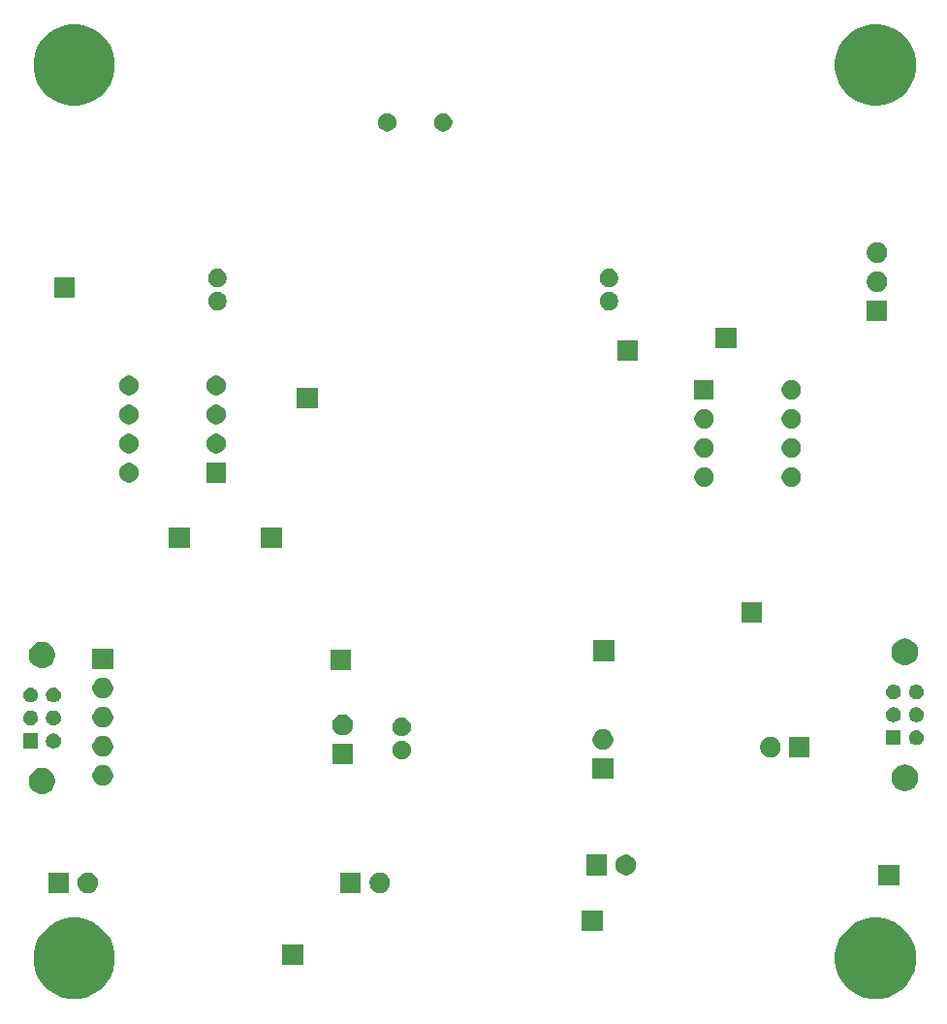
<source format=gbr>
%TF.GenerationSoftware,KiCad,Pcbnew,(5.1.6)-1*%
%TF.CreationDate,2021-11-24T20:01:52-05:00*%
%TF.ProjectId,mama_board,6d616d61-5f62-46f6-9172-642e6b696361,rev?*%
%TF.SameCoordinates,Original*%
%TF.FileFunction,Soldermask,Bot*%
%TF.FilePolarity,Negative*%
%FSLAX46Y46*%
G04 Gerber Fmt 4.6, Leading zero omitted, Abs format (unit mm)*
G04 Created by KiCad (PCBNEW (5.1.6)-1) date 2021-11-24 20:01:52*
%MOMM*%
%LPD*%
G01*
G04 APERTURE LIST*
%ADD10C,0.100000*%
G04 APERTURE END LIST*
D10*
G36*
X114035730Y-144585655D02*
G01*
X114681935Y-144853322D01*
X115263503Y-145241913D01*
X115758087Y-145736497D01*
X116146678Y-146318065D01*
X116414345Y-146964270D01*
X116550800Y-147650277D01*
X116550800Y-148349723D01*
X116414345Y-149035730D01*
X116146678Y-149681935D01*
X115758087Y-150263503D01*
X115263503Y-150758087D01*
X114681935Y-151146678D01*
X114035730Y-151414345D01*
X113349723Y-151550800D01*
X112650277Y-151550800D01*
X111964270Y-151414345D01*
X111318065Y-151146678D01*
X110736497Y-150758087D01*
X110241913Y-150263503D01*
X109853322Y-149681935D01*
X109585655Y-149035730D01*
X109449200Y-148349723D01*
X109449200Y-147650277D01*
X109585655Y-146964270D01*
X109853322Y-146318065D01*
X110241913Y-145736497D01*
X110736497Y-145241913D01*
X111318065Y-144853322D01*
X111964270Y-144585655D01*
X112650277Y-144449200D01*
X113349723Y-144449200D01*
X114035730Y-144585655D01*
G37*
G36*
X184035730Y-144585655D02*
G01*
X184681935Y-144853322D01*
X185263503Y-145241913D01*
X185758087Y-145736497D01*
X186146678Y-146318065D01*
X186414345Y-146964270D01*
X186550800Y-147650277D01*
X186550800Y-148349723D01*
X186414345Y-149035730D01*
X186146678Y-149681935D01*
X185758087Y-150263503D01*
X185263503Y-150758087D01*
X184681935Y-151146678D01*
X184035730Y-151414345D01*
X183349723Y-151550800D01*
X182650277Y-151550800D01*
X181964270Y-151414345D01*
X181318065Y-151146678D01*
X180736497Y-150758087D01*
X180241913Y-150263503D01*
X179853322Y-149681935D01*
X179585655Y-149035730D01*
X179449200Y-148349723D01*
X179449200Y-147650277D01*
X179585655Y-146964270D01*
X179853322Y-146318065D01*
X180241913Y-145736497D01*
X180736497Y-145241913D01*
X181318065Y-144853322D01*
X181964270Y-144585655D01*
X182650277Y-144449200D01*
X183349723Y-144449200D01*
X184035730Y-144585655D01*
G37*
G36*
X133000800Y-148550800D02*
G01*
X131199200Y-148550800D01*
X131199200Y-146749200D01*
X133000800Y-146749200D01*
X133000800Y-148550800D01*
G37*
G36*
X159150800Y-145625800D02*
G01*
X157349200Y-145625800D01*
X157349200Y-143824200D01*
X159150800Y-143824200D01*
X159150800Y-145625800D01*
G37*
G36*
X138050800Y-142300800D02*
G01*
X136249200Y-142300800D01*
X136249200Y-140499200D01*
X138050800Y-140499200D01*
X138050800Y-142300800D01*
G37*
G36*
X112550800Y-142300800D02*
G01*
X110749200Y-142300800D01*
X110749200Y-140499200D01*
X112550800Y-140499200D01*
X112550800Y-142300800D01*
G37*
G36*
X114452754Y-140533817D02*
G01*
X114616689Y-140601721D01*
X114764227Y-140700303D01*
X114889697Y-140825773D01*
X114988279Y-140973311D01*
X115056183Y-141137246D01*
X115090800Y-141311279D01*
X115090800Y-141488721D01*
X115056183Y-141662754D01*
X114988279Y-141826689D01*
X114889697Y-141974227D01*
X114764227Y-142099697D01*
X114616689Y-142198279D01*
X114452754Y-142266183D01*
X114278721Y-142300800D01*
X114101279Y-142300800D01*
X113927246Y-142266183D01*
X113763311Y-142198279D01*
X113615773Y-142099697D01*
X113490303Y-141974227D01*
X113391721Y-141826689D01*
X113323817Y-141662754D01*
X113289200Y-141488721D01*
X113289200Y-141311279D01*
X113323817Y-141137246D01*
X113391721Y-140973311D01*
X113490303Y-140825773D01*
X113615773Y-140700303D01*
X113763311Y-140601721D01*
X113927246Y-140533817D01*
X114101279Y-140499200D01*
X114278721Y-140499200D01*
X114452754Y-140533817D01*
G37*
G36*
X139952754Y-140533817D02*
G01*
X140116689Y-140601721D01*
X140264227Y-140700303D01*
X140389697Y-140825773D01*
X140488279Y-140973311D01*
X140556183Y-141137246D01*
X140590800Y-141311279D01*
X140590800Y-141488721D01*
X140556183Y-141662754D01*
X140488279Y-141826689D01*
X140389697Y-141974227D01*
X140264227Y-142099697D01*
X140116689Y-142198279D01*
X139952754Y-142266183D01*
X139778721Y-142300800D01*
X139601279Y-142300800D01*
X139427246Y-142266183D01*
X139263311Y-142198279D01*
X139115773Y-142099697D01*
X138990303Y-141974227D01*
X138891721Y-141826689D01*
X138823817Y-141662754D01*
X138789200Y-141488721D01*
X138789200Y-141311279D01*
X138823817Y-141137246D01*
X138891721Y-140973311D01*
X138990303Y-140825773D01*
X139115773Y-140700303D01*
X139263311Y-140601721D01*
X139427246Y-140533817D01*
X139601279Y-140499200D01*
X139778721Y-140499200D01*
X139952754Y-140533817D01*
G37*
G36*
X185050800Y-141616800D02*
G01*
X183249200Y-141616800D01*
X183249200Y-139815200D01*
X185050800Y-139815200D01*
X185050800Y-141616800D01*
G37*
G36*
X159550800Y-140750800D02*
G01*
X157749200Y-140750800D01*
X157749200Y-138949200D01*
X159550800Y-138949200D01*
X159550800Y-140750800D01*
G37*
G36*
X161452754Y-138983817D02*
G01*
X161616689Y-139051721D01*
X161764227Y-139150303D01*
X161889697Y-139275773D01*
X161988279Y-139423311D01*
X162056183Y-139587246D01*
X162090800Y-139761279D01*
X162090800Y-139938721D01*
X162056183Y-140112754D01*
X161988279Y-140276689D01*
X161889697Y-140424227D01*
X161764227Y-140549697D01*
X161616689Y-140648279D01*
X161452754Y-140716183D01*
X161278721Y-140750800D01*
X161101279Y-140750800D01*
X160927246Y-140716183D01*
X160763311Y-140648279D01*
X160615773Y-140549697D01*
X160490303Y-140424227D01*
X160391721Y-140276689D01*
X160323817Y-140112754D01*
X160289200Y-139938721D01*
X160289200Y-139761279D01*
X160323817Y-139587246D01*
X160391721Y-139423311D01*
X160490303Y-139275773D01*
X160615773Y-139150303D01*
X160763311Y-139051721D01*
X160927246Y-138983817D01*
X161101279Y-138949200D01*
X161278721Y-138949200D01*
X161452754Y-138983817D01*
G37*
G36*
X110377955Y-131363942D02*
G01*
X110526178Y-131393425D01*
X110735609Y-131480174D01*
X110924093Y-131606115D01*
X111084385Y-131766407D01*
X111210326Y-131954891D01*
X111297075Y-132164322D01*
X111341300Y-132386657D01*
X111341300Y-132613343D01*
X111297075Y-132835678D01*
X111210326Y-133045109D01*
X111084385Y-133233593D01*
X110924093Y-133393885D01*
X110735609Y-133519826D01*
X110526178Y-133606575D01*
X110377955Y-133636058D01*
X110303844Y-133650800D01*
X110077156Y-133650800D01*
X110003045Y-133636058D01*
X109854822Y-133606575D01*
X109645391Y-133519826D01*
X109456907Y-133393885D01*
X109296615Y-133233593D01*
X109170674Y-133045109D01*
X109083925Y-132835678D01*
X109039700Y-132613343D01*
X109039700Y-132386657D01*
X109083925Y-132164322D01*
X109170674Y-131954891D01*
X109296615Y-131766407D01*
X109456907Y-131606115D01*
X109645391Y-131480174D01*
X109854822Y-131393425D01*
X110003045Y-131363942D01*
X110077156Y-131349200D01*
X110303844Y-131349200D01*
X110377955Y-131363942D01*
G37*
G36*
X185743855Y-131091142D02*
G01*
X185892078Y-131120625D01*
X186101509Y-131207374D01*
X186289993Y-131333315D01*
X186450285Y-131493607D01*
X186576226Y-131682091D01*
X186662975Y-131891522D01*
X186662975Y-131891524D01*
X186706179Y-132108721D01*
X186707200Y-132113857D01*
X186707200Y-132340543D01*
X186662975Y-132562878D01*
X186576226Y-132772309D01*
X186450285Y-132960793D01*
X186289993Y-133121085D01*
X186101509Y-133247026D01*
X185892078Y-133333775D01*
X185743855Y-133363258D01*
X185669744Y-133378000D01*
X185443056Y-133378000D01*
X185368945Y-133363258D01*
X185220722Y-133333775D01*
X185011291Y-133247026D01*
X184822807Y-133121085D01*
X184662515Y-132960793D01*
X184536574Y-132772309D01*
X184449825Y-132562878D01*
X184405600Y-132340543D01*
X184405600Y-132113857D01*
X184406622Y-132108721D01*
X184449825Y-131891524D01*
X184449825Y-131891522D01*
X184536574Y-131682091D01*
X184662515Y-131493607D01*
X184822807Y-131333315D01*
X185011291Y-131207374D01*
X185220722Y-131120625D01*
X185368945Y-131091142D01*
X185443056Y-131076400D01*
X185669744Y-131076400D01*
X185743855Y-131091142D01*
G37*
G36*
X115762754Y-131153817D02*
G01*
X115926689Y-131221721D01*
X116074227Y-131320303D01*
X116199697Y-131445773D01*
X116298279Y-131593311D01*
X116366183Y-131757246D01*
X116400800Y-131931279D01*
X116400800Y-132108721D01*
X116366183Y-132282754D01*
X116298279Y-132446689D01*
X116199697Y-132594227D01*
X116074227Y-132719697D01*
X115926689Y-132818279D01*
X115762754Y-132886183D01*
X115588721Y-132920800D01*
X115411279Y-132920800D01*
X115237246Y-132886183D01*
X115073311Y-132818279D01*
X114925773Y-132719697D01*
X114800303Y-132594227D01*
X114701721Y-132446689D01*
X114633817Y-132282754D01*
X114599200Y-132108721D01*
X114599200Y-131931279D01*
X114633817Y-131757246D01*
X114701721Y-131593311D01*
X114800303Y-131445773D01*
X114925773Y-131320303D01*
X115073311Y-131221721D01*
X115237246Y-131153817D01*
X115411279Y-131119200D01*
X115588721Y-131119200D01*
X115762754Y-131153817D01*
G37*
G36*
X160077520Y-132335640D02*
G01*
X158275920Y-132335640D01*
X158275920Y-130534040D01*
X160077520Y-130534040D01*
X160077520Y-132335640D01*
G37*
G36*
X137350800Y-131050800D02*
G01*
X135549200Y-131050800D01*
X135549200Y-129249200D01*
X137350800Y-129249200D01*
X137350800Y-131050800D01*
G37*
G36*
X141837085Y-129018435D02*
G01*
X141985005Y-129079706D01*
X142118130Y-129168657D01*
X142231343Y-129281870D01*
X142320294Y-129414995D01*
X142381565Y-129562915D01*
X142412800Y-129719946D01*
X142412800Y-129880054D01*
X142381565Y-130037085D01*
X142320294Y-130185005D01*
X142231343Y-130318130D01*
X142118130Y-130431343D01*
X141985005Y-130520294D01*
X141837085Y-130581565D01*
X141680054Y-130612800D01*
X141519946Y-130612800D01*
X141362915Y-130581565D01*
X141214995Y-130520294D01*
X141081870Y-130431343D01*
X140968657Y-130318130D01*
X140879706Y-130185005D01*
X140818435Y-130037085D01*
X140787200Y-129880054D01*
X140787200Y-129719946D01*
X140818435Y-129562915D01*
X140879706Y-129414995D01*
X140968657Y-129281870D01*
X141081870Y-129168657D01*
X141214995Y-129079706D01*
X141362915Y-129018435D01*
X141519946Y-128987200D01*
X141680054Y-128987200D01*
X141837085Y-129018435D01*
G37*
G36*
X174072754Y-128693817D02*
G01*
X174236689Y-128761721D01*
X174384227Y-128860303D01*
X174509697Y-128985773D01*
X174608279Y-129133311D01*
X174676183Y-129297246D01*
X174710800Y-129471279D01*
X174710800Y-129648721D01*
X174676183Y-129822754D01*
X174608279Y-129986689D01*
X174509697Y-130134227D01*
X174384227Y-130259697D01*
X174236689Y-130358279D01*
X174072754Y-130426183D01*
X173898721Y-130460800D01*
X173721279Y-130460800D01*
X173547246Y-130426183D01*
X173383311Y-130358279D01*
X173235773Y-130259697D01*
X173110303Y-130134227D01*
X173011721Y-129986689D01*
X172943817Y-129822754D01*
X172909200Y-129648721D01*
X172909200Y-129471279D01*
X172943817Y-129297246D01*
X173011721Y-129133311D01*
X173110303Y-128985773D01*
X173235773Y-128860303D01*
X173383311Y-128761721D01*
X173547246Y-128693817D01*
X173721279Y-128659200D01*
X173898721Y-128659200D01*
X174072754Y-128693817D01*
G37*
G36*
X177250800Y-130460800D02*
G01*
X175449200Y-130460800D01*
X175449200Y-128659200D01*
X177250800Y-128659200D01*
X177250800Y-130460800D01*
G37*
G36*
X115762754Y-128613817D02*
G01*
X115926689Y-128681721D01*
X116074227Y-128780303D01*
X116199697Y-128905773D01*
X116298279Y-129053311D01*
X116366183Y-129217246D01*
X116400800Y-129391279D01*
X116400800Y-129568721D01*
X116366183Y-129742754D01*
X116298279Y-129906689D01*
X116199697Y-130054227D01*
X116074227Y-130179697D01*
X115926689Y-130278279D01*
X115762754Y-130346183D01*
X115588721Y-130380800D01*
X115411279Y-130380800D01*
X115237246Y-130346183D01*
X115073311Y-130278279D01*
X114925773Y-130179697D01*
X114800303Y-130054227D01*
X114701721Y-129906689D01*
X114633817Y-129742754D01*
X114599200Y-129568721D01*
X114599200Y-129391279D01*
X114633817Y-129217246D01*
X114701721Y-129053311D01*
X114800303Y-128905773D01*
X114925773Y-128780303D01*
X115073311Y-128681721D01*
X115237246Y-128613817D01*
X115411279Y-128579200D01*
X115588721Y-128579200D01*
X115762754Y-128613817D01*
G37*
G36*
X159439474Y-128028657D02*
G01*
X159603409Y-128096561D01*
X159750947Y-128195143D01*
X159876417Y-128320613D01*
X159974999Y-128468151D01*
X160042903Y-128632086D01*
X160077520Y-128806119D01*
X160077520Y-128983561D01*
X160042903Y-129157594D01*
X159974999Y-129321529D01*
X159876417Y-129469067D01*
X159750947Y-129594537D01*
X159603409Y-129693119D01*
X159439474Y-129761023D01*
X159265441Y-129795640D01*
X159087999Y-129795640D01*
X158913966Y-129761023D01*
X158750031Y-129693119D01*
X158602493Y-129594537D01*
X158477023Y-129469067D01*
X158378441Y-129321529D01*
X158310537Y-129157594D01*
X158275920Y-128983561D01*
X158275920Y-128806119D01*
X158310537Y-128632086D01*
X158378441Y-128468151D01*
X158477023Y-128320613D01*
X158602493Y-128195143D01*
X158750031Y-128096561D01*
X158913966Y-128028657D01*
X159087999Y-127994040D01*
X159265441Y-127994040D01*
X159439474Y-128028657D01*
G37*
G36*
X111380331Y-128374210D02*
G01*
X111498769Y-128423268D01*
X111605361Y-128494491D01*
X111696009Y-128585139D01*
X111767232Y-128691731D01*
X111816290Y-128810169D01*
X111841300Y-128935902D01*
X111841300Y-129064098D01*
X111816290Y-129189831D01*
X111767232Y-129308269D01*
X111696009Y-129414861D01*
X111605361Y-129505509D01*
X111498769Y-129576732D01*
X111380331Y-129625790D01*
X111254598Y-129650800D01*
X111126402Y-129650800D01*
X111000669Y-129625790D01*
X110882231Y-129576732D01*
X110775639Y-129505509D01*
X110684991Y-129414861D01*
X110613768Y-129308269D01*
X110564710Y-129189831D01*
X110539700Y-129064098D01*
X110539700Y-128935902D01*
X110564710Y-128810169D01*
X110613768Y-128691731D01*
X110684991Y-128585139D01*
X110775639Y-128494491D01*
X110882231Y-128423268D01*
X111000669Y-128374210D01*
X111126402Y-128349200D01*
X111254598Y-128349200D01*
X111380331Y-128374210D01*
G37*
G36*
X109841300Y-129650800D02*
G01*
X108539700Y-129650800D01*
X108539700Y-128349200D01*
X109841300Y-128349200D01*
X109841300Y-129650800D01*
G37*
G36*
X185207200Y-129378000D02*
G01*
X183905600Y-129378000D01*
X183905600Y-128076400D01*
X185207200Y-128076400D01*
X185207200Y-129378000D01*
G37*
G36*
X186746231Y-128101410D02*
G01*
X186864669Y-128150468D01*
X186971261Y-128221691D01*
X187061909Y-128312339D01*
X187133132Y-128418931D01*
X187182190Y-128537369D01*
X187207200Y-128663102D01*
X187207200Y-128791298D01*
X187182190Y-128917031D01*
X187133132Y-129035469D01*
X187061909Y-129142061D01*
X186971261Y-129232709D01*
X186864669Y-129303932D01*
X186746231Y-129352990D01*
X186620498Y-129378000D01*
X186492302Y-129378000D01*
X186366569Y-129352990D01*
X186248131Y-129303932D01*
X186141539Y-129232709D01*
X186050891Y-129142061D01*
X185979668Y-129035469D01*
X185930610Y-128917031D01*
X185905600Y-128791298D01*
X185905600Y-128663102D01*
X185930610Y-128537369D01*
X185979668Y-128418931D01*
X186050891Y-128312339D01*
X186141539Y-128221691D01*
X186248131Y-128150468D01*
X186366569Y-128101410D01*
X186492302Y-128076400D01*
X186620498Y-128076400D01*
X186746231Y-128101410D01*
G37*
G36*
X141837085Y-127018435D02*
G01*
X141985005Y-127079706D01*
X142118130Y-127168657D01*
X142231343Y-127281870D01*
X142320294Y-127414995D01*
X142381565Y-127562915D01*
X142412800Y-127719946D01*
X142412800Y-127880054D01*
X142381565Y-128037085D01*
X142320294Y-128185005D01*
X142231343Y-128318130D01*
X142118130Y-128431343D01*
X141985005Y-128520294D01*
X141837085Y-128581565D01*
X141680054Y-128612800D01*
X141519946Y-128612800D01*
X141362915Y-128581565D01*
X141214995Y-128520294D01*
X141081870Y-128431343D01*
X140968657Y-128318130D01*
X140879706Y-128185005D01*
X140818435Y-128037085D01*
X140787200Y-127880054D01*
X140787200Y-127719946D01*
X140818435Y-127562915D01*
X140879706Y-127414995D01*
X140968657Y-127281870D01*
X141081870Y-127168657D01*
X141214995Y-127079706D01*
X141362915Y-127018435D01*
X141519946Y-126987200D01*
X141680054Y-126987200D01*
X141837085Y-127018435D01*
G37*
G36*
X136712754Y-126743817D02*
G01*
X136876689Y-126811721D01*
X137024227Y-126910303D01*
X137149697Y-127035773D01*
X137248279Y-127183311D01*
X137316183Y-127347246D01*
X137350800Y-127521279D01*
X137350800Y-127698721D01*
X137316183Y-127872754D01*
X137248279Y-128036689D01*
X137149697Y-128184227D01*
X137024227Y-128309697D01*
X136876689Y-128408279D01*
X136712754Y-128476183D01*
X136538721Y-128510800D01*
X136361279Y-128510800D01*
X136187246Y-128476183D01*
X136023311Y-128408279D01*
X135875773Y-128309697D01*
X135750303Y-128184227D01*
X135651721Y-128036689D01*
X135583817Y-127872754D01*
X135549200Y-127698721D01*
X135549200Y-127521279D01*
X135583817Y-127347246D01*
X135651721Y-127183311D01*
X135750303Y-127035773D01*
X135875773Y-126910303D01*
X136023311Y-126811721D01*
X136187246Y-126743817D01*
X136361279Y-126709200D01*
X136538721Y-126709200D01*
X136712754Y-126743817D01*
G37*
G36*
X115762754Y-126073817D02*
G01*
X115926689Y-126141721D01*
X116074227Y-126240303D01*
X116199697Y-126365773D01*
X116298279Y-126513311D01*
X116366183Y-126677246D01*
X116400800Y-126851279D01*
X116400800Y-127028721D01*
X116366183Y-127202754D01*
X116298279Y-127366689D01*
X116199697Y-127514227D01*
X116074227Y-127639697D01*
X115926689Y-127738279D01*
X115762754Y-127806183D01*
X115588721Y-127840800D01*
X115411279Y-127840800D01*
X115237246Y-127806183D01*
X115073311Y-127738279D01*
X114925773Y-127639697D01*
X114800303Y-127514227D01*
X114701721Y-127366689D01*
X114633817Y-127202754D01*
X114599200Y-127028721D01*
X114599200Y-126851279D01*
X114633817Y-126677246D01*
X114701721Y-126513311D01*
X114800303Y-126365773D01*
X114925773Y-126240303D01*
X115073311Y-126141721D01*
X115237246Y-126073817D01*
X115411279Y-126039200D01*
X115588721Y-126039200D01*
X115762754Y-126073817D01*
G37*
G36*
X111380331Y-126374210D02*
G01*
X111498769Y-126423268D01*
X111605361Y-126494491D01*
X111696009Y-126585139D01*
X111767232Y-126691731D01*
X111816290Y-126810169D01*
X111841300Y-126935902D01*
X111841300Y-127064098D01*
X111816290Y-127189831D01*
X111767232Y-127308269D01*
X111696009Y-127414861D01*
X111605361Y-127505509D01*
X111498769Y-127576732D01*
X111380331Y-127625790D01*
X111254598Y-127650800D01*
X111126402Y-127650800D01*
X111000669Y-127625790D01*
X110882231Y-127576732D01*
X110775639Y-127505509D01*
X110684991Y-127414861D01*
X110613768Y-127308269D01*
X110564710Y-127189831D01*
X110539700Y-127064098D01*
X110539700Y-126935902D01*
X110564710Y-126810169D01*
X110613768Y-126691731D01*
X110684991Y-126585139D01*
X110775639Y-126494491D01*
X110882231Y-126423268D01*
X111000669Y-126374210D01*
X111126402Y-126349200D01*
X111254598Y-126349200D01*
X111380331Y-126374210D01*
G37*
G36*
X109380331Y-126374210D02*
G01*
X109498769Y-126423268D01*
X109605361Y-126494491D01*
X109696009Y-126585139D01*
X109767232Y-126691731D01*
X109816290Y-126810169D01*
X109841300Y-126935902D01*
X109841300Y-127064098D01*
X109816290Y-127189831D01*
X109767232Y-127308269D01*
X109696009Y-127414861D01*
X109605361Y-127505509D01*
X109498769Y-127576732D01*
X109380331Y-127625790D01*
X109254598Y-127650800D01*
X109126402Y-127650800D01*
X109000669Y-127625790D01*
X108882231Y-127576732D01*
X108775639Y-127505509D01*
X108684991Y-127414861D01*
X108613768Y-127308269D01*
X108564710Y-127189831D01*
X108539700Y-127064098D01*
X108539700Y-126935902D01*
X108564710Y-126810169D01*
X108613768Y-126691731D01*
X108684991Y-126585139D01*
X108775639Y-126494491D01*
X108882231Y-126423268D01*
X109000669Y-126374210D01*
X109126402Y-126349200D01*
X109254598Y-126349200D01*
X109380331Y-126374210D01*
G37*
G36*
X186746231Y-126101410D02*
G01*
X186864669Y-126150468D01*
X186971261Y-126221691D01*
X187061909Y-126312339D01*
X187133132Y-126418931D01*
X187182190Y-126537369D01*
X187207200Y-126663102D01*
X187207200Y-126791298D01*
X187182190Y-126917031D01*
X187133132Y-127035469D01*
X187061909Y-127142061D01*
X186971261Y-127232709D01*
X186864669Y-127303932D01*
X186746231Y-127352990D01*
X186620498Y-127378000D01*
X186492302Y-127378000D01*
X186366569Y-127352990D01*
X186248131Y-127303932D01*
X186141539Y-127232709D01*
X186050891Y-127142061D01*
X185979668Y-127035469D01*
X185930610Y-126917031D01*
X185905600Y-126791298D01*
X185905600Y-126663102D01*
X185930610Y-126537369D01*
X185979668Y-126418931D01*
X186050891Y-126312339D01*
X186141539Y-126221691D01*
X186248131Y-126150468D01*
X186366569Y-126101410D01*
X186492302Y-126076400D01*
X186620498Y-126076400D01*
X186746231Y-126101410D01*
G37*
G36*
X184746231Y-126101410D02*
G01*
X184864669Y-126150468D01*
X184971261Y-126221691D01*
X185061909Y-126312339D01*
X185133132Y-126418931D01*
X185182190Y-126537369D01*
X185207200Y-126663102D01*
X185207200Y-126791298D01*
X185182190Y-126917031D01*
X185133132Y-127035469D01*
X185061909Y-127142061D01*
X184971261Y-127232709D01*
X184864669Y-127303932D01*
X184746231Y-127352990D01*
X184620498Y-127378000D01*
X184492302Y-127378000D01*
X184366569Y-127352990D01*
X184248131Y-127303932D01*
X184141539Y-127232709D01*
X184050891Y-127142061D01*
X183979668Y-127035469D01*
X183930610Y-126917031D01*
X183905600Y-126791298D01*
X183905600Y-126663102D01*
X183930610Y-126537369D01*
X183979668Y-126418931D01*
X184050891Y-126312339D01*
X184141539Y-126221691D01*
X184248131Y-126150468D01*
X184366569Y-126101410D01*
X184492302Y-126076400D01*
X184620498Y-126076400D01*
X184746231Y-126101410D01*
G37*
G36*
X109380331Y-124374210D02*
G01*
X109498769Y-124423268D01*
X109605361Y-124494491D01*
X109696009Y-124585139D01*
X109767232Y-124691731D01*
X109816290Y-124810169D01*
X109841300Y-124935902D01*
X109841300Y-125064098D01*
X109816290Y-125189831D01*
X109767232Y-125308269D01*
X109696009Y-125414861D01*
X109605361Y-125505509D01*
X109498769Y-125576732D01*
X109380331Y-125625790D01*
X109254598Y-125650800D01*
X109126402Y-125650800D01*
X109000669Y-125625790D01*
X108882231Y-125576732D01*
X108775639Y-125505509D01*
X108684991Y-125414861D01*
X108613768Y-125308269D01*
X108564710Y-125189831D01*
X108539700Y-125064098D01*
X108539700Y-124935902D01*
X108564710Y-124810169D01*
X108613768Y-124691731D01*
X108684991Y-124585139D01*
X108775639Y-124494491D01*
X108882231Y-124423268D01*
X109000669Y-124374210D01*
X109126402Y-124349200D01*
X109254598Y-124349200D01*
X109380331Y-124374210D01*
G37*
G36*
X111380331Y-124374210D02*
G01*
X111498769Y-124423268D01*
X111605361Y-124494491D01*
X111696009Y-124585139D01*
X111767232Y-124691731D01*
X111816290Y-124810169D01*
X111841300Y-124935902D01*
X111841300Y-125064098D01*
X111816290Y-125189831D01*
X111767232Y-125308269D01*
X111696009Y-125414861D01*
X111605361Y-125505509D01*
X111498769Y-125576732D01*
X111380331Y-125625790D01*
X111254598Y-125650800D01*
X111126402Y-125650800D01*
X111000669Y-125625790D01*
X110882231Y-125576732D01*
X110775639Y-125505509D01*
X110684991Y-125414861D01*
X110613768Y-125308269D01*
X110564710Y-125189831D01*
X110539700Y-125064098D01*
X110539700Y-124935902D01*
X110564710Y-124810169D01*
X110613768Y-124691731D01*
X110684991Y-124585139D01*
X110775639Y-124494491D01*
X110882231Y-124423268D01*
X111000669Y-124374210D01*
X111126402Y-124349200D01*
X111254598Y-124349200D01*
X111380331Y-124374210D01*
G37*
G36*
X184746231Y-124101410D02*
G01*
X184864669Y-124150468D01*
X184971261Y-124221691D01*
X185061909Y-124312339D01*
X185133132Y-124418931D01*
X185182190Y-124537369D01*
X185207200Y-124663102D01*
X185207200Y-124791298D01*
X185182190Y-124917031D01*
X185133132Y-125035469D01*
X185061909Y-125142061D01*
X184971261Y-125232709D01*
X184864669Y-125303932D01*
X184746231Y-125352990D01*
X184620498Y-125378000D01*
X184492302Y-125378000D01*
X184366569Y-125352990D01*
X184248131Y-125303932D01*
X184141539Y-125232709D01*
X184050891Y-125142061D01*
X183979668Y-125035469D01*
X183930610Y-124917031D01*
X183905600Y-124791298D01*
X183905600Y-124663102D01*
X183930610Y-124537369D01*
X183979668Y-124418931D01*
X184050891Y-124312339D01*
X184141539Y-124221691D01*
X184248131Y-124150468D01*
X184366569Y-124101410D01*
X184492302Y-124076400D01*
X184620498Y-124076400D01*
X184746231Y-124101410D01*
G37*
G36*
X186746231Y-124101410D02*
G01*
X186864669Y-124150468D01*
X186971261Y-124221691D01*
X187061909Y-124312339D01*
X187133132Y-124418931D01*
X187182190Y-124537369D01*
X187207200Y-124663102D01*
X187207200Y-124791298D01*
X187182190Y-124917031D01*
X187133132Y-125035469D01*
X187061909Y-125142061D01*
X186971261Y-125232709D01*
X186864669Y-125303932D01*
X186746231Y-125352990D01*
X186620498Y-125378000D01*
X186492302Y-125378000D01*
X186366569Y-125352990D01*
X186248131Y-125303932D01*
X186141539Y-125232709D01*
X186050891Y-125142061D01*
X185979668Y-125035469D01*
X185930610Y-124917031D01*
X185905600Y-124791298D01*
X185905600Y-124663102D01*
X185930610Y-124537369D01*
X185979668Y-124418931D01*
X186050891Y-124312339D01*
X186141539Y-124221691D01*
X186248131Y-124150468D01*
X186366569Y-124101410D01*
X186492302Y-124076400D01*
X186620498Y-124076400D01*
X186746231Y-124101410D01*
G37*
G36*
X115762754Y-123533817D02*
G01*
X115926689Y-123601721D01*
X116074227Y-123700303D01*
X116199697Y-123825773D01*
X116298279Y-123973311D01*
X116366183Y-124137246D01*
X116400800Y-124311279D01*
X116400800Y-124488721D01*
X116366183Y-124662754D01*
X116298279Y-124826689D01*
X116199697Y-124974227D01*
X116074227Y-125099697D01*
X115926689Y-125198279D01*
X115762754Y-125266183D01*
X115588721Y-125300800D01*
X115411279Y-125300800D01*
X115237246Y-125266183D01*
X115073311Y-125198279D01*
X114925773Y-125099697D01*
X114800303Y-124974227D01*
X114701721Y-124826689D01*
X114633817Y-124662754D01*
X114599200Y-124488721D01*
X114599200Y-124311279D01*
X114633817Y-124137246D01*
X114701721Y-123973311D01*
X114800303Y-123825773D01*
X114925773Y-123700303D01*
X115073311Y-123601721D01*
X115237246Y-123533817D01*
X115411279Y-123499200D01*
X115588721Y-123499200D01*
X115762754Y-123533817D01*
G37*
G36*
X137150800Y-122850800D02*
G01*
X135349200Y-122850800D01*
X135349200Y-121049200D01*
X137150800Y-121049200D01*
X137150800Y-122850800D01*
G37*
G36*
X116400800Y-122760800D02*
G01*
X114599200Y-122760800D01*
X114599200Y-120959200D01*
X116400800Y-120959200D01*
X116400800Y-122760800D01*
G37*
G36*
X110377955Y-120363942D02*
G01*
X110526178Y-120393425D01*
X110735609Y-120480174D01*
X110924093Y-120606115D01*
X111084385Y-120766407D01*
X111210326Y-120954891D01*
X111297075Y-121164322D01*
X111341300Y-121386657D01*
X111341300Y-121613343D01*
X111297075Y-121835678D01*
X111210326Y-122045109D01*
X111084385Y-122233593D01*
X110924093Y-122393885D01*
X110735609Y-122519826D01*
X110526178Y-122606575D01*
X110377955Y-122636058D01*
X110303844Y-122650800D01*
X110077156Y-122650800D01*
X110003045Y-122636058D01*
X109854822Y-122606575D01*
X109645391Y-122519826D01*
X109456907Y-122393885D01*
X109296615Y-122233593D01*
X109170674Y-122045109D01*
X109083925Y-121835678D01*
X109039700Y-121613343D01*
X109039700Y-121386657D01*
X109083925Y-121164322D01*
X109170674Y-120954891D01*
X109296615Y-120766407D01*
X109456907Y-120606115D01*
X109645391Y-120480174D01*
X109854822Y-120393425D01*
X110003045Y-120363942D01*
X110077156Y-120349200D01*
X110303844Y-120349200D01*
X110377955Y-120363942D01*
G37*
G36*
X185743855Y-120091142D02*
G01*
X185892078Y-120120625D01*
X186101509Y-120207374D01*
X186289993Y-120333315D01*
X186450285Y-120493607D01*
X186576226Y-120682091D01*
X186662975Y-120891522D01*
X186707200Y-121113857D01*
X186707200Y-121340543D01*
X186662975Y-121562878D01*
X186576226Y-121772309D01*
X186450285Y-121960793D01*
X186289993Y-122121085D01*
X186101509Y-122247026D01*
X185892078Y-122333775D01*
X185743855Y-122363258D01*
X185669744Y-122378000D01*
X185443056Y-122378000D01*
X185368945Y-122363258D01*
X185220722Y-122333775D01*
X185011291Y-122247026D01*
X184822807Y-122121085D01*
X184662515Y-121960793D01*
X184536574Y-121772309D01*
X184449825Y-121562878D01*
X184405600Y-121340543D01*
X184405600Y-121113857D01*
X184449825Y-120891522D01*
X184536574Y-120682091D01*
X184662515Y-120493607D01*
X184822807Y-120333315D01*
X185011291Y-120207374D01*
X185220722Y-120120625D01*
X185368945Y-120091142D01*
X185443056Y-120076400D01*
X185669744Y-120076400D01*
X185743855Y-120091142D01*
G37*
G36*
X160158800Y-122038480D02*
G01*
X158357200Y-122038480D01*
X158357200Y-120236880D01*
X160158800Y-120236880D01*
X160158800Y-122038480D01*
G37*
G36*
X173049300Y-118693300D02*
G01*
X171247700Y-118693300D01*
X171247700Y-116891700D01*
X173049300Y-116891700D01*
X173049300Y-118693300D01*
G37*
G36*
X131124060Y-112195980D02*
G01*
X129322460Y-112195980D01*
X129322460Y-110394380D01*
X131124060Y-110394380D01*
X131124060Y-112195980D01*
G37*
G36*
X123090800Y-112190800D02*
G01*
X121289200Y-112190800D01*
X121289200Y-110389200D01*
X123090800Y-110389200D01*
X123090800Y-112190800D01*
G37*
G36*
X175893169Y-105151895D02*
G01*
X176048005Y-105216031D01*
X176187354Y-105309140D01*
X176305860Y-105427646D01*
X176398969Y-105566995D01*
X176463105Y-105721831D01*
X176495800Y-105886203D01*
X176495800Y-106053797D01*
X176463105Y-106218169D01*
X176398969Y-106373005D01*
X176305860Y-106512354D01*
X176187354Y-106630860D01*
X176048005Y-106723969D01*
X175893169Y-106788105D01*
X175728797Y-106820800D01*
X175561203Y-106820800D01*
X175396831Y-106788105D01*
X175241995Y-106723969D01*
X175102646Y-106630860D01*
X174984140Y-106512354D01*
X174891031Y-106373005D01*
X174826895Y-106218169D01*
X174794200Y-106053797D01*
X174794200Y-105886203D01*
X174826895Y-105721831D01*
X174891031Y-105566995D01*
X174984140Y-105427646D01*
X175102646Y-105309140D01*
X175241995Y-105216031D01*
X175396831Y-105151895D01*
X175561203Y-105119200D01*
X175728797Y-105119200D01*
X175893169Y-105151895D01*
G37*
G36*
X168273169Y-105151895D02*
G01*
X168428005Y-105216031D01*
X168567354Y-105309140D01*
X168685860Y-105427646D01*
X168778969Y-105566995D01*
X168843105Y-105721831D01*
X168875800Y-105886203D01*
X168875800Y-106053797D01*
X168843105Y-106218169D01*
X168778969Y-106373005D01*
X168685860Y-106512354D01*
X168567354Y-106630860D01*
X168428005Y-106723969D01*
X168273169Y-106788105D01*
X168108797Y-106820800D01*
X167941203Y-106820800D01*
X167776831Y-106788105D01*
X167621995Y-106723969D01*
X167482646Y-106630860D01*
X167364140Y-106512354D01*
X167271031Y-106373005D01*
X167206895Y-106218169D01*
X167174200Y-106053797D01*
X167174200Y-105886203D01*
X167206895Y-105721831D01*
X167271031Y-105566995D01*
X167364140Y-105427646D01*
X167482646Y-105309140D01*
X167621995Y-105216031D01*
X167776831Y-105151895D01*
X167941203Y-105119200D01*
X168108797Y-105119200D01*
X168273169Y-105151895D01*
G37*
G36*
X126250800Y-106450800D02*
G01*
X124549200Y-106450800D01*
X124549200Y-104749200D01*
X126250800Y-104749200D01*
X126250800Y-106450800D01*
G37*
G36*
X118028169Y-104781895D02*
G01*
X118183005Y-104846031D01*
X118322354Y-104939140D01*
X118440860Y-105057646D01*
X118533969Y-105196995D01*
X118598105Y-105351831D01*
X118630800Y-105516203D01*
X118630800Y-105683797D01*
X118598105Y-105848169D01*
X118533969Y-106003005D01*
X118440860Y-106142354D01*
X118322354Y-106260860D01*
X118183005Y-106353969D01*
X118028169Y-106418105D01*
X117863797Y-106450800D01*
X117696203Y-106450800D01*
X117531831Y-106418105D01*
X117376995Y-106353969D01*
X117237646Y-106260860D01*
X117119140Y-106142354D01*
X117026031Y-106003005D01*
X116961895Y-105848169D01*
X116929200Y-105683797D01*
X116929200Y-105516203D01*
X116961895Y-105351831D01*
X117026031Y-105196995D01*
X117119140Y-105057646D01*
X117237646Y-104939140D01*
X117376995Y-104846031D01*
X117531831Y-104781895D01*
X117696203Y-104749200D01*
X117863797Y-104749200D01*
X118028169Y-104781895D01*
G37*
G36*
X175893169Y-102611895D02*
G01*
X176048005Y-102676031D01*
X176187354Y-102769140D01*
X176305860Y-102887646D01*
X176398969Y-103026995D01*
X176463105Y-103181831D01*
X176495800Y-103346203D01*
X176495800Y-103513797D01*
X176463105Y-103678169D01*
X176398969Y-103833005D01*
X176305860Y-103972354D01*
X176187354Y-104090860D01*
X176048005Y-104183969D01*
X175893169Y-104248105D01*
X175728797Y-104280800D01*
X175561203Y-104280800D01*
X175396831Y-104248105D01*
X175241995Y-104183969D01*
X175102646Y-104090860D01*
X174984140Y-103972354D01*
X174891031Y-103833005D01*
X174826895Y-103678169D01*
X174794200Y-103513797D01*
X174794200Y-103346203D01*
X174826895Y-103181831D01*
X174891031Y-103026995D01*
X174984140Y-102887646D01*
X175102646Y-102769140D01*
X175241995Y-102676031D01*
X175396831Y-102611895D01*
X175561203Y-102579200D01*
X175728797Y-102579200D01*
X175893169Y-102611895D01*
G37*
G36*
X168273169Y-102611895D02*
G01*
X168428005Y-102676031D01*
X168567354Y-102769140D01*
X168685860Y-102887646D01*
X168778969Y-103026995D01*
X168843105Y-103181831D01*
X168875800Y-103346203D01*
X168875800Y-103513797D01*
X168843105Y-103678169D01*
X168778969Y-103833005D01*
X168685860Y-103972354D01*
X168567354Y-104090860D01*
X168428005Y-104183969D01*
X168273169Y-104248105D01*
X168108797Y-104280800D01*
X167941203Y-104280800D01*
X167776831Y-104248105D01*
X167621995Y-104183969D01*
X167482646Y-104090860D01*
X167364140Y-103972354D01*
X167271031Y-103833005D01*
X167206895Y-103678169D01*
X167174200Y-103513797D01*
X167174200Y-103346203D01*
X167206895Y-103181831D01*
X167271031Y-103026995D01*
X167364140Y-102887646D01*
X167482646Y-102769140D01*
X167621995Y-102676031D01*
X167776831Y-102611895D01*
X167941203Y-102579200D01*
X168108797Y-102579200D01*
X168273169Y-102611895D01*
G37*
G36*
X125648169Y-102241895D02*
G01*
X125803005Y-102306031D01*
X125942354Y-102399140D01*
X126060860Y-102517646D01*
X126153969Y-102656995D01*
X126218105Y-102811831D01*
X126250800Y-102976203D01*
X126250800Y-103143797D01*
X126218105Y-103308169D01*
X126153969Y-103463005D01*
X126060860Y-103602354D01*
X125942354Y-103720860D01*
X125803005Y-103813969D01*
X125648169Y-103878105D01*
X125483797Y-103910800D01*
X125316203Y-103910800D01*
X125151831Y-103878105D01*
X124996995Y-103813969D01*
X124857646Y-103720860D01*
X124739140Y-103602354D01*
X124646031Y-103463005D01*
X124581895Y-103308169D01*
X124549200Y-103143797D01*
X124549200Y-102976203D01*
X124581895Y-102811831D01*
X124646031Y-102656995D01*
X124739140Y-102517646D01*
X124857646Y-102399140D01*
X124996995Y-102306031D01*
X125151831Y-102241895D01*
X125316203Y-102209200D01*
X125483797Y-102209200D01*
X125648169Y-102241895D01*
G37*
G36*
X118028169Y-102241895D02*
G01*
X118183005Y-102306031D01*
X118322354Y-102399140D01*
X118440860Y-102517646D01*
X118533969Y-102656995D01*
X118598105Y-102811831D01*
X118630800Y-102976203D01*
X118630800Y-103143797D01*
X118598105Y-103308169D01*
X118533969Y-103463005D01*
X118440860Y-103602354D01*
X118322354Y-103720860D01*
X118183005Y-103813969D01*
X118028169Y-103878105D01*
X117863797Y-103910800D01*
X117696203Y-103910800D01*
X117531831Y-103878105D01*
X117376995Y-103813969D01*
X117237646Y-103720860D01*
X117119140Y-103602354D01*
X117026031Y-103463005D01*
X116961895Y-103308169D01*
X116929200Y-103143797D01*
X116929200Y-102976203D01*
X116961895Y-102811831D01*
X117026031Y-102656995D01*
X117119140Y-102517646D01*
X117237646Y-102399140D01*
X117376995Y-102306031D01*
X117531831Y-102241895D01*
X117696203Y-102209200D01*
X117863797Y-102209200D01*
X118028169Y-102241895D01*
G37*
G36*
X175893169Y-100071895D02*
G01*
X176048005Y-100136031D01*
X176187354Y-100229140D01*
X176305860Y-100347646D01*
X176398969Y-100486995D01*
X176463105Y-100641831D01*
X176495800Y-100806203D01*
X176495800Y-100973797D01*
X176463105Y-101138169D01*
X176398969Y-101293005D01*
X176305860Y-101432354D01*
X176187354Y-101550860D01*
X176048005Y-101643969D01*
X175893169Y-101708105D01*
X175728797Y-101740800D01*
X175561203Y-101740800D01*
X175396831Y-101708105D01*
X175241995Y-101643969D01*
X175102646Y-101550860D01*
X174984140Y-101432354D01*
X174891031Y-101293005D01*
X174826895Y-101138169D01*
X174794200Y-100973797D01*
X174794200Y-100806203D01*
X174826895Y-100641831D01*
X174891031Y-100486995D01*
X174984140Y-100347646D01*
X175102646Y-100229140D01*
X175241995Y-100136031D01*
X175396831Y-100071895D01*
X175561203Y-100039200D01*
X175728797Y-100039200D01*
X175893169Y-100071895D01*
G37*
G36*
X168273169Y-100071895D02*
G01*
X168428005Y-100136031D01*
X168567354Y-100229140D01*
X168685860Y-100347646D01*
X168778969Y-100486995D01*
X168843105Y-100641831D01*
X168875800Y-100806203D01*
X168875800Y-100973797D01*
X168843105Y-101138169D01*
X168778969Y-101293005D01*
X168685860Y-101432354D01*
X168567354Y-101550860D01*
X168428005Y-101643969D01*
X168273169Y-101708105D01*
X168108797Y-101740800D01*
X167941203Y-101740800D01*
X167776831Y-101708105D01*
X167621995Y-101643969D01*
X167482646Y-101550860D01*
X167364140Y-101432354D01*
X167271031Y-101293005D01*
X167206895Y-101138169D01*
X167174200Y-100973797D01*
X167174200Y-100806203D01*
X167206895Y-100641831D01*
X167271031Y-100486995D01*
X167364140Y-100347646D01*
X167482646Y-100229140D01*
X167621995Y-100136031D01*
X167776831Y-100071895D01*
X167941203Y-100039200D01*
X168108797Y-100039200D01*
X168273169Y-100071895D01*
G37*
G36*
X125648169Y-99701895D02*
G01*
X125803005Y-99766031D01*
X125942354Y-99859140D01*
X126060860Y-99977646D01*
X126153969Y-100116995D01*
X126218105Y-100271831D01*
X126250800Y-100436203D01*
X126250800Y-100603797D01*
X126218105Y-100768169D01*
X126153969Y-100923005D01*
X126060860Y-101062354D01*
X125942354Y-101180860D01*
X125803005Y-101273969D01*
X125648169Y-101338105D01*
X125483797Y-101370800D01*
X125316203Y-101370800D01*
X125151831Y-101338105D01*
X124996995Y-101273969D01*
X124857646Y-101180860D01*
X124739140Y-101062354D01*
X124646031Y-100923005D01*
X124581895Y-100768169D01*
X124549200Y-100603797D01*
X124549200Y-100436203D01*
X124581895Y-100271831D01*
X124646031Y-100116995D01*
X124739140Y-99977646D01*
X124857646Y-99859140D01*
X124996995Y-99766031D01*
X125151831Y-99701895D01*
X125316203Y-99669200D01*
X125483797Y-99669200D01*
X125648169Y-99701895D01*
G37*
G36*
X118028169Y-99701895D02*
G01*
X118183005Y-99766031D01*
X118322354Y-99859140D01*
X118440860Y-99977646D01*
X118533969Y-100116995D01*
X118598105Y-100271831D01*
X118630800Y-100436203D01*
X118630800Y-100603797D01*
X118598105Y-100768169D01*
X118533969Y-100923005D01*
X118440860Y-101062354D01*
X118322354Y-101180860D01*
X118183005Y-101273969D01*
X118028169Y-101338105D01*
X117863797Y-101370800D01*
X117696203Y-101370800D01*
X117531831Y-101338105D01*
X117376995Y-101273969D01*
X117237646Y-101180860D01*
X117119140Y-101062354D01*
X117026031Y-100923005D01*
X116961895Y-100768169D01*
X116929200Y-100603797D01*
X116929200Y-100436203D01*
X116961895Y-100271831D01*
X117026031Y-100116995D01*
X117119140Y-99977646D01*
X117237646Y-99859140D01*
X117376995Y-99766031D01*
X117531831Y-99701895D01*
X117696203Y-99669200D01*
X117863797Y-99669200D01*
X118028169Y-99701895D01*
G37*
G36*
X134250800Y-99960800D02*
G01*
X132449200Y-99960800D01*
X132449200Y-98159200D01*
X134250800Y-98159200D01*
X134250800Y-99960800D01*
G37*
G36*
X168875800Y-99200800D02*
G01*
X167174200Y-99200800D01*
X167174200Y-97499200D01*
X168875800Y-97499200D01*
X168875800Y-99200800D01*
G37*
G36*
X175893169Y-97531895D02*
G01*
X176048005Y-97596031D01*
X176187354Y-97689140D01*
X176305860Y-97807646D01*
X176398969Y-97946995D01*
X176463105Y-98101831D01*
X176495800Y-98266203D01*
X176495800Y-98433797D01*
X176463105Y-98598169D01*
X176398969Y-98753005D01*
X176305860Y-98892354D01*
X176187354Y-99010860D01*
X176048005Y-99103969D01*
X175893169Y-99168105D01*
X175728797Y-99200800D01*
X175561203Y-99200800D01*
X175396831Y-99168105D01*
X175241995Y-99103969D01*
X175102646Y-99010860D01*
X174984140Y-98892354D01*
X174891031Y-98753005D01*
X174826895Y-98598169D01*
X174794200Y-98433797D01*
X174794200Y-98266203D01*
X174826895Y-98101831D01*
X174891031Y-97946995D01*
X174984140Y-97807646D01*
X175102646Y-97689140D01*
X175241995Y-97596031D01*
X175396831Y-97531895D01*
X175561203Y-97499200D01*
X175728797Y-97499200D01*
X175893169Y-97531895D01*
G37*
G36*
X125648169Y-97161895D02*
G01*
X125803005Y-97226031D01*
X125942354Y-97319140D01*
X126060860Y-97437646D01*
X126153969Y-97576995D01*
X126218105Y-97731831D01*
X126250800Y-97896203D01*
X126250800Y-98063797D01*
X126218105Y-98228169D01*
X126153969Y-98383005D01*
X126060860Y-98522354D01*
X125942354Y-98640860D01*
X125803005Y-98733969D01*
X125648169Y-98798105D01*
X125483797Y-98830800D01*
X125316203Y-98830800D01*
X125151831Y-98798105D01*
X124996995Y-98733969D01*
X124857646Y-98640860D01*
X124739140Y-98522354D01*
X124646031Y-98383005D01*
X124581895Y-98228169D01*
X124549200Y-98063797D01*
X124549200Y-97896203D01*
X124581895Y-97731831D01*
X124646031Y-97576995D01*
X124739140Y-97437646D01*
X124857646Y-97319140D01*
X124996995Y-97226031D01*
X125151831Y-97161895D01*
X125316203Y-97129200D01*
X125483797Y-97129200D01*
X125648169Y-97161895D01*
G37*
G36*
X118028169Y-97161895D02*
G01*
X118183005Y-97226031D01*
X118322354Y-97319140D01*
X118440860Y-97437646D01*
X118533969Y-97576995D01*
X118598105Y-97731831D01*
X118630800Y-97896203D01*
X118630800Y-98063797D01*
X118598105Y-98228169D01*
X118533969Y-98383005D01*
X118440860Y-98522354D01*
X118322354Y-98640860D01*
X118183005Y-98733969D01*
X118028169Y-98798105D01*
X117863797Y-98830800D01*
X117696203Y-98830800D01*
X117531831Y-98798105D01*
X117376995Y-98733969D01*
X117237646Y-98640860D01*
X117119140Y-98522354D01*
X117026031Y-98383005D01*
X116961895Y-98228169D01*
X116929200Y-98063797D01*
X116929200Y-97896203D01*
X116961895Y-97731831D01*
X117026031Y-97576995D01*
X117119140Y-97437646D01*
X117237646Y-97319140D01*
X117376995Y-97226031D01*
X117531831Y-97161895D01*
X117696203Y-97129200D01*
X117863797Y-97129200D01*
X118028169Y-97161895D01*
G37*
G36*
X162250800Y-95825800D02*
G01*
X160449200Y-95825800D01*
X160449200Y-94024200D01*
X162250800Y-94024200D01*
X162250800Y-95825800D01*
G37*
G36*
X170835800Y-94745800D02*
G01*
X169034200Y-94745800D01*
X169034200Y-92944200D01*
X170835800Y-92944200D01*
X170835800Y-94745800D01*
G37*
G36*
X184025640Y-92355080D02*
G01*
X182224040Y-92355080D01*
X182224040Y-90553480D01*
X184025640Y-90553480D01*
X184025640Y-92355080D01*
G37*
G36*
X125737085Y-89818435D02*
G01*
X125885005Y-89879706D01*
X126018130Y-89968657D01*
X126131343Y-90081870D01*
X126220294Y-90214995D01*
X126281565Y-90362915D01*
X126312800Y-90519946D01*
X126312800Y-90680054D01*
X126281565Y-90837085D01*
X126220294Y-90985005D01*
X126131343Y-91118130D01*
X126018130Y-91231343D01*
X125885005Y-91320294D01*
X125737085Y-91381565D01*
X125580054Y-91412800D01*
X125419946Y-91412800D01*
X125262915Y-91381565D01*
X125114995Y-91320294D01*
X124981870Y-91231343D01*
X124868657Y-91118130D01*
X124779706Y-90985005D01*
X124718435Y-90837085D01*
X124687200Y-90680054D01*
X124687200Y-90519946D01*
X124718435Y-90362915D01*
X124779706Y-90214995D01*
X124868657Y-90081870D01*
X124981870Y-89968657D01*
X125114995Y-89879706D01*
X125262915Y-89818435D01*
X125419946Y-89787200D01*
X125580054Y-89787200D01*
X125737085Y-89818435D01*
G37*
G36*
X159937085Y-89818435D02*
G01*
X160085005Y-89879706D01*
X160218130Y-89968657D01*
X160331343Y-90081870D01*
X160420294Y-90214995D01*
X160481565Y-90362915D01*
X160512800Y-90519946D01*
X160512800Y-90680054D01*
X160481565Y-90837085D01*
X160420294Y-90985005D01*
X160331343Y-91118130D01*
X160218130Y-91231343D01*
X160085005Y-91320294D01*
X159937085Y-91381565D01*
X159780054Y-91412800D01*
X159619946Y-91412800D01*
X159462915Y-91381565D01*
X159314995Y-91320294D01*
X159181870Y-91231343D01*
X159068657Y-91118130D01*
X158979706Y-90985005D01*
X158918435Y-90837085D01*
X158887200Y-90680054D01*
X158887200Y-90519946D01*
X158918435Y-90362915D01*
X158979706Y-90214995D01*
X159068657Y-90081870D01*
X159181870Y-89968657D01*
X159314995Y-89879706D01*
X159462915Y-89818435D01*
X159619946Y-89787200D01*
X159780054Y-89787200D01*
X159937085Y-89818435D01*
G37*
G36*
X113041800Y-90308800D02*
G01*
X111240200Y-90308800D01*
X111240200Y-88507200D01*
X113041800Y-88507200D01*
X113041800Y-90308800D01*
G37*
G36*
X183387594Y-88048097D02*
G01*
X183551529Y-88116001D01*
X183699067Y-88214583D01*
X183824537Y-88340053D01*
X183923119Y-88487591D01*
X183991023Y-88651526D01*
X184025640Y-88825559D01*
X184025640Y-89003001D01*
X183991023Y-89177034D01*
X183923119Y-89340969D01*
X183824537Y-89488507D01*
X183699067Y-89613977D01*
X183551529Y-89712559D01*
X183387594Y-89780463D01*
X183213561Y-89815080D01*
X183036119Y-89815080D01*
X182862086Y-89780463D01*
X182698151Y-89712559D01*
X182550613Y-89613977D01*
X182425143Y-89488507D01*
X182326561Y-89340969D01*
X182258657Y-89177034D01*
X182224040Y-89003001D01*
X182224040Y-88825559D01*
X182258657Y-88651526D01*
X182326561Y-88487591D01*
X182425143Y-88340053D01*
X182550613Y-88214583D01*
X182698151Y-88116001D01*
X182862086Y-88048097D01*
X183036119Y-88013480D01*
X183213561Y-88013480D01*
X183387594Y-88048097D01*
G37*
G36*
X159937085Y-87818435D02*
G01*
X160085005Y-87879706D01*
X160218130Y-87968657D01*
X160331343Y-88081870D01*
X160420294Y-88214995D01*
X160481565Y-88362915D01*
X160512800Y-88519946D01*
X160512800Y-88680054D01*
X160481565Y-88837085D01*
X160420294Y-88985005D01*
X160331343Y-89118130D01*
X160218130Y-89231343D01*
X160085005Y-89320294D01*
X159937085Y-89381565D01*
X159780054Y-89412800D01*
X159619946Y-89412800D01*
X159462915Y-89381565D01*
X159314995Y-89320294D01*
X159181870Y-89231343D01*
X159068657Y-89118130D01*
X158979706Y-88985005D01*
X158918435Y-88837085D01*
X158887200Y-88680054D01*
X158887200Y-88519946D01*
X158918435Y-88362915D01*
X158979706Y-88214995D01*
X159068657Y-88081870D01*
X159181870Y-87968657D01*
X159314995Y-87879706D01*
X159462915Y-87818435D01*
X159619946Y-87787200D01*
X159780054Y-87787200D01*
X159937085Y-87818435D01*
G37*
G36*
X125737085Y-87818435D02*
G01*
X125885005Y-87879706D01*
X126018130Y-87968657D01*
X126131343Y-88081870D01*
X126220294Y-88214995D01*
X126281565Y-88362915D01*
X126312800Y-88519946D01*
X126312800Y-88680054D01*
X126281565Y-88837085D01*
X126220294Y-88985005D01*
X126131343Y-89118130D01*
X126018130Y-89231343D01*
X125885005Y-89320294D01*
X125737085Y-89381565D01*
X125580054Y-89412800D01*
X125419946Y-89412800D01*
X125262915Y-89381565D01*
X125114995Y-89320294D01*
X124981870Y-89231343D01*
X124868657Y-89118130D01*
X124779706Y-88985005D01*
X124718435Y-88837085D01*
X124687200Y-88680054D01*
X124687200Y-88519946D01*
X124718435Y-88362915D01*
X124779706Y-88214995D01*
X124868657Y-88081870D01*
X124981870Y-87968657D01*
X125114995Y-87879706D01*
X125262915Y-87818435D01*
X125419946Y-87787200D01*
X125580054Y-87787200D01*
X125737085Y-87818435D01*
G37*
G36*
X183387594Y-85508097D02*
G01*
X183551529Y-85576001D01*
X183699067Y-85674583D01*
X183824537Y-85800053D01*
X183923119Y-85947591D01*
X183991023Y-86111526D01*
X184025640Y-86285559D01*
X184025640Y-86463001D01*
X183991023Y-86637034D01*
X183923119Y-86800969D01*
X183824537Y-86948507D01*
X183699067Y-87073977D01*
X183551529Y-87172559D01*
X183387594Y-87240463D01*
X183213561Y-87275080D01*
X183036119Y-87275080D01*
X182862086Y-87240463D01*
X182698151Y-87172559D01*
X182550613Y-87073977D01*
X182425143Y-86948507D01*
X182326561Y-86800969D01*
X182258657Y-86637034D01*
X182224040Y-86463001D01*
X182224040Y-86285559D01*
X182258657Y-86111526D01*
X182326561Y-85947591D01*
X182425143Y-85800053D01*
X182550613Y-85674583D01*
X182698151Y-85576001D01*
X182862086Y-85508097D01*
X183036119Y-85473480D01*
X183213561Y-85473480D01*
X183387594Y-85508097D01*
G37*
G36*
X145453585Y-74229974D02*
G01*
X145599321Y-74290340D01*
X145730480Y-74377978D01*
X145842022Y-74489520D01*
X145929660Y-74620679D01*
X145990026Y-74766415D01*
X146020800Y-74921128D01*
X146020800Y-75078872D01*
X145990026Y-75233585D01*
X145929660Y-75379321D01*
X145842022Y-75510480D01*
X145730480Y-75622022D01*
X145599321Y-75709660D01*
X145453585Y-75770026D01*
X145298872Y-75800800D01*
X145141128Y-75800800D01*
X144986415Y-75770026D01*
X144840679Y-75709660D01*
X144709520Y-75622022D01*
X144597978Y-75510480D01*
X144510340Y-75379321D01*
X144449974Y-75233585D01*
X144419200Y-75078872D01*
X144419200Y-74921128D01*
X144449974Y-74766415D01*
X144510340Y-74620679D01*
X144597978Y-74489520D01*
X144709520Y-74377978D01*
X144840679Y-74290340D01*
X144986415Y-74229974D01*
X145141128Y-74199200D01*
X145298872Y-74199200D01*
X145453585Y-74229974D01*
G37*
G36*
X140573585Y-74229974D02*
G01*
X140719321Y-74290340D01*
X140850480Y-74377978D01*
X140962022Y-74489520D01*
X141049660Y-74620679D01*
X141110026Y-74766415D01*
X141140800Y-74921128D01*
X141140800Y-75078872D01*
X141110026Y-75233585D01*
X141049660Y-75379321D01*
X140962022Y-75510480D01*
X140850480Y-75622022D01*
X140719321Y-75709660D01*
X140573585Y-75770026D01*
X140418872Y-75800800D01*
X140261128Y-75800800D01*
X140106415Y-75770026D01*
X139960679Y-75709660D01*
X139829520Y-75622022D01*
X139717978Y-75510480D01*
X139630340Y-75379321D01*
X139569974Y-75233585D01*
X139539200Y-75078872D01*
X139539200Y-74921128D01*
X139569974Y-74766415D01*
X139630340Y-74620679D01*
X139717978Y-74489520D01*
X139829520Y-74377978D01*
X139960679Y-74290340D01*
X140106415Y-74229974D01*
X140261128Y-74199200D01*
X140418872Y-74199200D01*
X140573585Y-74229974D01*
G37*
G36*
X114035730Y-66585655D02*
G01*
X114681935Y-66853322D01*
X115263503Y-67241913D01*
X115758087Y-67736497D01*
X116146678Y-68318065D01*
X116414345Y-68964270D01*
X116550800Y-69650277D01*
X116550800Y-70349723D01*
X116414345Y-71035730D01*
X116146678Y-71681935D01*
X115758087Y-72263503D01*
X115263503Y-72758087D01*
X114681935Y-73146678D01*
X114035730Y-73414345D01*
X113349723Y-73550800D01*
X112650277Y-73550800D01*
X111964270Y-73414345D01*
X111318065Y-73146678D01*
X110736497Y-72758087D01*
X110241913Y-72263503D01*
X109853322Y-71681935D01*
X109585655Y-71035730D01*
X109449200Y-70349723D01*
X109449200Y-69650277D01*
X109585655Y-68964270D01*
X109853322Y-68318065D01*
X110241913Y-67736497D01*
X110736497Y-67241913D01*
X111318065Y-66853322D01*
X111964270Y-66585655D01*
X112650277Y-66449200D01*
X113349723Y-66449200D01*
X114035730Y-66585655D01*
G37*
G36*
X184035730Y-66585655D02*
G01*
X184681935Y-66853322D01*
X185263503Y-67241913D01*
X185758087Y-67736497D01*
X186146678Y-68318065D01*
X186414345Y-68964270D01*
X186550800Y-69650277D01*
X186550800Y-70349723D01*
X186414345Y-71035730D01*
X186146678Y-71681935D01*
X185758087Y-72263503D01*
X185263503Y-72758087D01*
X184681935Y-73146678D01*
X184035730Y-73414345D01*
X183349723Y-73550800D01*
X182650277Y-73550800D01*
X181964270Y-73414345D01*
X181318065Y-73146678D01*
X180736497Y-72758087D01*
X180241913Y-72263503D01*
X179853322Y-71681935D01*
X179585655Y-71035730D01*
X179449200Y-70349723D01*
X179449200Y-69650277D01*
X179585655Y-68964270D01*
X179853322Y-68318065D01*
X180241913Y-67736497D01*
X180736497Y-67241913D01*
X181318065Y-66853322D01*
X181964270Y-66585655D01*
X182650277Y-66449200D01*
X183349723Y-66449200D01*
X184035730Y-66585655D01*
G37*
M02*

</source>
